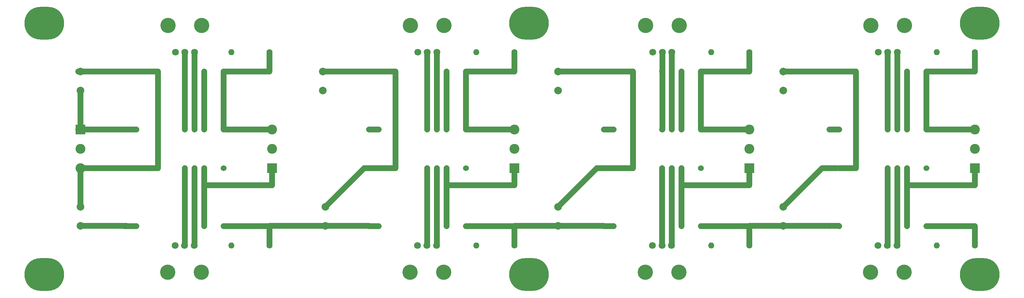
<source format=gbr>
G04 #@! TF.GenerationSoftware,KiCad,Pcbnew,(5.0.0)*
G04 #@! TF.CreationDate,2019-09-22T13:37:25+01:00*
G04 #@! TF.ProjectId,Display PSU,446973706C6179205053552E6B696361,rev?*
G04 #@! TF.SameCoordinates,Original*
G04 #@! TF.FileFunction,Copper,L2,Bot,Signal*
G04 #@! TF.FilePolarity,Positive*
%FSLAX46Y46*%
G04 Gerber Fmt 4.6, Leading zero omitted, Abs format (unit mm)*
G04 Created by KiCad (PCBNEW (5.0.0)) date 09/22/19 13:37:25*
%MOMM*%
%LPD*%
G01*
G04 APERTURE LIST*
G04 #@! TA.AperFunction,ComponentPad*
%ADD10O,10.400000X8.600000*%
G04 #@! TD*
G04 #@! TA.AperFunction,ComponentPad*
%ADD11C,1.524000*%
G04 #@! TD*
G04 #@! TA.AperFunction,ComponentPad*
%ADD12C,1.800000*%
G04 #@! TD*
G04 #@! TA.AperFunction,WasherPad*
%ADD13C,4.000000*%
G04 #@! TD*
G04 #@! TA.AperFunction,ComponentPad*
%ADD14C,1.600000*%
G04 #@! TD*
G04 #@! TA.AperFunction,ComponentPad*
%ADD15O,1.600000X1.600000*%
G04 #@! TD*
G04 #@! TA.AperFunction,ComponentPad*
%ADD16R,2.600000X2.600000*%
G04 #@! TD*
G04 #@! TA.AperFunction,ComponentPad*
%ADD17C,2.600000*%
G04 #@! TD*
G04 #@! TA.AperFunction,ComponentPad*
%ADD18C,2.000000*%
G04 #@! TD*
G04 #@! TA.AperFunction,Conductor*
%ADD19C,1.500000*%
G04 #@! TD*
G04 APERTURE END LIST*
D10*
G04 #@! TO.P,H6,1*
G04 #@! TO.N,N/C*
X154305000Y-27940000D03*
G04 #@! TD*
G04 #@! TO.P,H5,1*
G04 #@! TO.N,N/C*
X154305000Y-93980000D03*
G04 #@! TD*
D11*
G04 #@! TO.P,U1,12*
G04 #@! TO.N,+HT1*
X74295000Y-55880000D03*
G04 #@! TO.P,U1,10*
G04 #@! TO.N,0v*
X69215000Y-55880000D03*
G04 #@! TO.P,U1,9*
G04 #@! TO.N,Net-(RV2-Pad1)*
X66675000Y-55880000D03*
G04 #@! TO.P,U1,8*
G04 #@! TO.N,Net-(RV2-Pad2)*
X64135000Y-55880000D03*
G04 #@! TO.P,U1,3*
G04 #@! TO.N,0v*
X51435000Y-55880000D03*
G04 #@! TO.P,U1,2*
X48895000Y-55880000D03*
G04 #@! TO.P,U1,13*
G04 #@! TO.N,+HT1*
X74295000Y-40640000D03*
G04 #@! TO.P,U1,15*
G04 #@! TO.N,0v*
X69215000Y-40640000D03*
G04 #@! TO.P,U1,16*
G04 #@! TO.N,Net-(RV2-Pad1)*
X66675000Y-40640000D03*
G04 #@! TO.P,U1,17*
G04 #@! TO.N,Net-(RV2-Pad2)*
X64135000Y-40640000D03*
G04 #@! TO.P,U1,22*
G04 #@! TO.N,+6v*
X51435000Y-40640000D03*
G04 #@! TO.P,U1,23*
X48895000Y-40640000D03*
G04 #@! TD*
G04 #@! TO.P,U2,12*
G04 #@! TO.N,0v*
X74295000Y-81280000D03*
G04 #@! TO.P,U2,10*
G04 #@! TO.N,-HT1*
X69215000Y-81280000D03*
G04 #@! TO.P,U2,9*
G04 #@! TO.N,Net-(RV1-Pad3)*
X66675000Y-81280000D03*
G04 #@! TO.P,U2,8*
G04 #@! TO.N,Net-(RV1-Pad2)*
X64135000Y-81280000D03*
G04 #@! TO.P,U2,3*
G04 #@! TO.N,0v*
X51435000Y-81280000D03*
G04 #@! TO.P,U2,2*
X48895000Y-81280000D03*
G04 #@! TO.P,U2,13*
X74295000Y-66040000D03*
G04 #@! TO.P,U2,15*
G04 #@! TO.N,-HT1*
X69215000Y-66040000D03*
G04 #@! TO.P,U2,16*
G04 #@! TO.N,Net-(RV1-Pad3)*
X66675000Y-66040000D03*
G04 #@! TO.P,U2,17*
G04 #@! TO.N,Net-(RV1-Pad2)*
X64135000Y-66040000D03*
G04 #@! TO.P,U2,22*
G04 #@! TO.N,+6v*
X51435000Y-66040000D03*
G04 #@! TO.P,U2,23*
X48895000Y-66040000D03*
G04 #@! TD*
D12*
G04 #@! TO.P,RV1,3*
G04 #@! TO.N,Net-(RV1-Pad3)*
X66595000Y-86360000D03*
G04 #@! TO.P,RV1,2*
G04 #@! TO.N,Net-(RV1-Pad2)*
X64095000Y-86360000D03*
G04 #@! TO.P,RV1,1*
G04 #@! TO.N,-HT1*
X61595000Y-86360000D03*
D13*
G04 #@! TO.P,RV1,*
G04 #@! TO.N,*
X68495000Y-93360000D03*
X59695000Y-93360000D03*
G04 #@! TD*
D14*
G04 #@! TO.P,C2,1*
G04 #@! TO.N,+HT1*
X86360000Y-35560000D03*
D15*
G04 #@! TO.P,C2,2*
G04 #@! TO.N,0v*
X76360000Y-35560000D03*
G04 #@! TD*
G04 #@! TO.P,C4,2*
G04 #@! TO.N,-HT1*
X76360000Y-86360000D03*
D14*
G04 #@! TO.P,C4,1*
G04 #@! TO.N,0v*
X86360000Y-86360000D03*
G04 #@! TD*
D16*
G04 #@! TO.P,J1,1*
G04 #@! TO.N,0v*
X36830000Y-55880000D03*
D17*
G04 #@! TO.P,J1,2*
X36830000Y-60960000D03*
G04 #@! TO.P,J1,3*
G04 #@! TO.N,+6v*
X36830000Y-66040000D03*
G04 #@! TD*
G04 #@! TO.P,J2,3*
G04 #@! TO.N,+HT1*
X86995000Y-55880000D03*
G04 #@! TO.P,J2,2*
G04 #@! TO.N,0v*
X86995000Y-60960000D03*
D16*
G04 #@! TO.P,J2,1*
G04 #@! TO.N,-HT1*
X86995000Y-66040000D03*
G04 #@! TD*
D18*
G04 #@! TO.P,C1,1*
G04 #@! TO.N,+6v*
X36830000Y-40640000D03*
G04 #@! TO.P,C1,2*
G04 #@! TO.N,0v*
X36830000Y-45640000D03*
G04 #@! TD*
G04 #@! TO.P,C3,2*
G04 #@! TO.N,0v*
X36830000Y-81200000D03*
G04 #@! TO.P,C3,1*
G04 #@! TO.N,+6v*
X36830000Y-76200000D03*
G04 #@! TD*
D12*
G04 #@! TO.P,RV2,3*
G04 #@! TO.N,0v*
X61675000Y-35560000D03*
G04 #@! TO.P,RV2,2*
G04 #@! TO.N,Net-(RV2-Pad2)*
X64175000Y-35560000D03*
G04 #@! TO.P,RV2,1*
G04 #@! TO.N,Net-(RV2-Pad1)*
X66675000Y-35560000D03*
D13*
G04 #@! TO.P,RV2,*
G04 #@! TO.N,*
X59775000Y-28560000D03*
X68575000Y-28560000D03*
G04 #@! TD*
D10*
G04 #@! TO.P,H1,1*
G04 #@! TO.N,N/C*
X272415000Y-27940000D03*
G04 #@! TD*
G04 #@! TO.P,H2,1*
G04 #@! TO.N,N/C*
X27305000Y-27940000D03*
G04 #@! TD*
G04 #@! TO.P,H4,1*
G04 #@! TO.N,N/C*
X27305000Y-93980000D03*
G04 #@! TD*
G04 #@! TO.P,H3,1*
G04 #@! TO.N,N/C*
X272415000Y-93980000D03*
G04 #@! TD*
D18*
G04 #@! TO.P,C5,1*
G04 #@! TO.N,+6v*
X100330000Y-40640000D03*
G04 #@! TO.P,C5,2*
G04 #@! TO.N,0v*
X100330000Y-45640000D03*
G04 #@! TD*
D15*
G04 #@! TO.P,C6,2*
G04 #@! TO.N,0v*
X140495000Y-35560000D03*
D14*
G04 #@! TO.P,C6,1*
G04 #@! TO.N,+HT2*
X150495000Y-35560000D03*
G04 #@! TD*
D18*
G04 #@! TO.P,C7,2*
G04 #@! TO.N,0v*
X100965000Y-81200000D03*
G04 #@! TO.P,C7,1*
G04 #@! TO.N,+6v*
X100965000Y-76200000D03*
G04 #@! TD*
D14*
G04 #@! TO.P,C8,1*
G04 #@! TO.N,0v*
X150495000Y-86360000D03*
D15*
G04 #@! TO.P,C8,2*
G04 #@! TO.N,-HT2*
X140495000Y-86360000D03*
G04 #@! TD*
D18*
G04 #@! TO.P,C9,2*
G04 #@! TO.N,0v*
X161925000Y-45640000D03*
G04 #@! TO.P,C9,1*
G04 #@! TO.N,+6v*
X161925000Y-40640000D03*
G04 #@! TD*
D14*
G04 #@! TO.P,C10,1*
G04 #@! TO.N,+HT3*
X212090000Y-35560000D03*
D15*
G04 #@! TO.P,C10,2*
G04 #@! TO.N,0v*
X202090000Y-35560000D03*
G04 #@! TD*
D18*
G04 #@! TO.P,C11,1*
G04 #@! TO.N,+6v*
X161925000Y-76200000D03*
G04 #@! TO.P,C11,2*
G04 #@! TO.N,0v*
X161925000Y-81200000D03*
G04 #@! TD*
D15*
G04 #@! TO.P,C12,2*
G04 #@! TO.N,-HT3*
X202090000Y-86360000D03*
D14*
G04 #@! TO.P,C12,1*
G04 #@! TO.N,0v*
X212090000Y-86360000D03*
G04 #@! TD*
D18*
G04 #@! TO.P,C13,1*
G04 #@! TO.N,+6v*
X220980000Y-40640000D03*
G04 #@! TO.P,C13,2*
G04 #@! TO.N,0v*
X220980000Y-45640000D03*
G04 #@! TD*
D15*
G04 #@! TO.P,C14,2*
G04 #@! TO.N,0v*
X261145000Y-35560000D03*
D14*
G04 #@! TO.P,C14,1*
G04 #@! TO.N,+HT4*
X271145000Y-35560000D03*
G04 #@! TD*
D18*
G04 #@! TO.P,C15,2*
G04 #@! TO.N,0v*
X220980000Y-81200000D03*
G04 #@! TO.P,C15,1*
G04 #@! TO.N,+6v*
X220980000Y-76200000D03*
G04 #@! TD*
D14*
G04 #@! TO.P,C16,1*
G04 #@! TO.N,0v*
X271145000Y-86360000D03*
D15*
G04 #@! TO.P,C16,2*
G04 #@! TO.N,-HT4*
X261145000Y-86360000D03*
G04 #@! TD*
D16*
G04 #@! TO.P,J3,1*
G04 #@! TO.N,-HT2*
X150495000Y-66040000D03*
D17*
G04 #@! TO.P,J3,2*
G04 #@! TO.N,0v*
X150495000Y-60960000D03*
G04 #@! TO.P,J3,3*
G04 #@! TO.N,+HT2*
X150495000Y-55880000D03*
G04 #@! TD*
G04 #@! TO.P,J4,3*
G04 #@! TO.N,+HT3*
X212090000Y-55880000D03*
G04 #@! TO.P,J4,2*
G04 #@! TO.N,0v*
X212090000Y-60960000D03*
D16*
G04 #@! TO.P,J4,1*
G04 #@! TO.N,-HT3*
X212090000Y-66040000D03*
G04 #@! TD*
G04 #@! TO.P,J5,1*
G04 #@! TO.N,-HT4*
X271145000Y-66040000D03*
D17*
G04 #@! TO.P,J5,2*
G04 #@! TO.N,0v*
X271145000Y-60960000D03*
G04 #@! TO.P,J5,3*
G04 #@! TO.N,+HT4*
X271145000Y-55880000D03*
G04 #@! TD*
D13*
G04 #@! TO.P,RV3,*
G04 #@! TO.N,*
X123195000Y-93360000D03*
X131995000Y-93360000D03*
D12*
G04 #@! TO.P,RV3,1*
G04 #@! TO.N,-HT2*
X125095000Y-86360000D03*
G04 #@! TO.P,RV3,2*
G04 #@! TO.N,Net-(RV3-Pad2)*
X127595000Y-86360000D03*
G04 #@! TO.P,RV3,3*
G04 #@! TO.N,Net-(RV3-Pad3)*
X130095000Y-86360000D03*
G04 #@! TD*
G04 #@! TO.P,RV4,3*
G04 #@! TO.N,0v*
X125175000Y-35560000D03*
G04 #@! TO.P,RV4,2*
G04 #@! TO.N,Net-(RV4-Pad2)*
X127675000Y-35560000D03*
G04 #@! TO.P,RV4,1*
G04 #@! TO.N,Net-(RV4-Pad1)*
X130175000Y-35560000D03*
D13*
G04 #@! TO.P,RV4,*
G04 #@! TO.N,*
X123275000Y-28560000D03*
X132075000Y-28560000D03*
G04 #@! TD*
D12*
G04 #@! TO.P,RV5,3*
G04 #@! TO.N,Net-(RV5-Pad3)*
X191690000Y-86360000D03*
G04 #@! TO.P,RV5,2*
G04 #@! TO.N,Net-(RV5-Pad2)*
X189190000Y-86360000D03*
G04 #@! TO.P,RV5,1*
G04 #@! TO.N,-HT3*
X186690000Y-86360000D03*
D13*
G04 #@! TO.P,RV5,*
G04 #@! TO.N,*
X193590000Y-93360000D03*
X184790000Y-93360000D03*
G04 #@! TD*
G04 #@! TO.P,RV6,*
G04 #@! TO.N,*
X193670000Y-28560000D03*
X184870000Y-28560000D03*
D12*
G04 #@! TO.P,RV6,1*
G04 #@! TO.N,Net-(RV6-Pad1)*
X191770000Y-35560000D03*
G04 #@! TO.P,RV6,2*
G04 #@! TO.N,Net-(RV6-Pad2)*
X189270000Y-35560000D03*
G04 #@! TO.P,RV6,3*
G04 #@! TO.N,0v*
X186770000Y-35560000D03*
G04 #@! TD*
G04 #@! TO.P,RV7,3*
G04 #@! TO.N,Net-(RV7-Pad3)*
X250745000Y-86360000D03*
G04 #@! TO.P,RV7,2*
G04 #@! TO.N,Net-(RV7-Pad2)*
X248245000Y-86360000D03*
G04 #@! TO.P,RV7,1*
G04 #@! TO.N,-HT4*
X245745000Y-86360000D03*
D13*
G04 #@! TO.P,RV7,*
G04 #@! TO.N,*
X252645000Y-93360000D03*
X243845000Y-93360000D03*
G04 #@! TD*
G04 #@! TO.P,RV8,*
G04 #@! TO.N,*
X252725000Y-28560000D03*
X243925000Y-28560000D03*
D12*
G04 #@! TO.P,RV8,1*
G04 #@! TO.N,Net-(RV8-Pad1)*
X250825000Y-35560000D03*
G04 #@! TO.P,RV8,2*
G04 #@! TO.N,Net-(RV8-Pad2)*
X248325000Y-35560000D03*
G04 #@! TO.P,RV8,3*
G04 #@! TO.N,0v*
X245825000Y-35560000D03*
G04 #@! TD*
D11*
G04 #@! TO.P,U3,23*
G04 #@! TO.N,+6v*
X112395000Y-40640000D03*
G04 #@! TO.P,U3,22*
X114935000Y-40640000D03*
G04 #@! TO.P,U3,17*
G04 #@! TO.N,Net-(RV4-Pad2)*
X127635000Y-40640000D03*
G04 #@! TO.P,U3,16*
G04 #@! TO.N,Net-(RV4-Pad1)*
X130175000Y-40640000D03*
G04 #@! TO.P,U3,15*
G04 #@! TO.N,0v*
X132715000Y-40640000D03*
G04 #@! TO.P,U3,13*
G04 #@! TO.N,+HT2*
X137795000Y-40640000D03*
G04 #@! TO.P,U3,2*
G04 #@! TO.N,0v*
X112395000Y-55880000D03*
G04 #@! TO.P,U3,3*
X114935000Y-55880000D03*
G04 #@! TO.P,U3,8*
G04 #@! TO.N,Net-(RV4-Pad2)*
X127635000Y-55880000D03*
G04 #@! TO.P,U3,9*
G04 #@! TO.N,Net-(RV4-Pad1)*
X130175000Y-55880000D03*
G04 #@! TO.P,U3,10*
G04 #@! TO.N,0v*
X132715000Y-55880000D03*
G04 #@! TO.P,U3,12*
G04 #@! TO.N,+HT2*
X137795000Y-55880000D03*
G04 #@! TD*
G04 #@! TO.P,U4,12*
G04 #@! TO.N,0v*
X137795000Y-81280000D03*
G04 #@! TO.P,U4,10*
G04 #@! TO.N,-HT2*
X132715000Y-81280000D03*
G04 #@! TO.P,U4,9*
G04 #@! TO.N,Net-(RV3-Pad3)*
X130175000Y-81280000D03*
G04 #@! TO.P,U4,8*
G04 #@! TO.N,Net-(RV3-Pad2)*
X127635000Y-81280000D03*
G04 #@! TO.P,U4,3*
G04 #@! TO.N,0v*
X114935000Y-81280000D03*
G04 #@! TO.P,U4,2*
X112395000Y-81280000D03*
G04 #@! TO.P,U4,13*
X137795000Y-66040000D03*
G04 #@! TO.P,U4,15*
G04 #@! TO.N,-HT2*
X132715000Y-66040000D03*
G04 #@! TO.P,U4,16*
G04 #@! TO.N,Net-(RV3-Pad3)*
X130175000Y-66040000D03*
G04 #@! TO.P,U4,17*
G04 #@! TO.N,Net-(RV3-Pad2)*
X127635000Y-66040000D03*
G04 #@! TO.P,U4,22*
G04 #@! TO.N,+6v*
X114935000Y-66040000D03*
G04 #@! TO.P,U4,23*
X112395000Y-66040000D03*
G04 #@! TD*
G04 #@! TO.P,U5,12*
G04 #@! TO.N,+HT3*
X199390000Y-55880000D03*
G04 #@! TO.P,U5,10*
G04 #@! TO.N,0v*
X194310000Y-55880000D03*
G04 #@! TO.P,U5,9*
G04 #@! TO.N,Net-(RV6-Pad1)*
X191770000Y-55880000D03*
G04 #@! TO.P,U5,8*
G04 #@! TO.N,Net-(RV6-Pad2)*
X189230000Y-55880000D03*
G04 #@! TO.P,U5,3*
G04 #@! TO.N,0v*
X176530000Y-55880000D03*
G04 #@! TO.P,U5,2*
X173990000Y-55880000D03*
G04 #@! TO.P,U5,13*
G04 #@! TO.N,+HT3*
X199390000Y-40640000D03*
G04 #@! TO.P,U5,15*
G04 #@! TO.N,0v*
X194310000Y-40640000D03*
G04 #@! TO.P,U5,16*
G04 #@! TO.N,Net-(RV6-Pad1)*
X191770000Y-40640000D03*
G04 #@! TO.P,U5,17*
G04 #@! TO.N,Net-(RV6-Pad2)*
X189230000Y-40640000D03*
G04 #@! TO.P,U5,22*
G04 #@! TO.N,+6v*
X176530000Y-40640000D03*
G04 #@! TO.P,U5,23*
X173990000Y-40640000D03*
G04 #@! TD*
G04 #@! TO.P,U6,23*
G04 #@! TO.N,+6v*
X173990000Y-66040000D03*
G04 #@! TO.P,U6,22*
X176530000Y-66040000D03*
G04 #@! TO.P,U6,17*
G04 #@! TO.N,Net-(RV5-Pad2)*
X189230000Y-66040000D03*
G04 #@! TO.P,U6,16*
G04 #@! TO.N,Net-(RV5-Pad3)*
X191770000Y-66040000D03*
G04 #@! TO.P,U6,15*
G04 #@! TO.N,-HT3*
X194310000Y-66040000D03*
G04 #@! TO.P,U6,13*
G04 #@! TO.N,0v*
X199390000Y-66040000D03*
G04 #@! TO.P,U6,2*
X173990000Y-81280000D03*
G04 #@! TO.P,U6,3*
X176530000Y-81280000D03*
G04 #@! TO.P,U6,8*
G04 #@! TO.N,Net-(RV5-Pad2)*
X189230000Y-81280000D03*
G04 #@! TO.P,U6,9*
G04 #@! TO.N,Net-(RV5-Pad3)*
X191770000Y-81280000D03*
G04 #@! TO.P,U6,10*
G04 #@! TO.N,-HT3*
X194310000Y-81280000D03*
G04 #@! TO.P,U6,12*
G04 #@! TO.N,0v*
X199390000Y-81280000D03*
G04 #@! TD*
G04 #@! TO.P,U7,12*
G04 #@! TO.N,+HT4*
X258445000Y-55880000D03*
G04 #@! TO.P,U7,10*
G04 #@! TO.N,0v*
X253365000Y-55880000D03*
G04 #@! TO.P,U7,9*
G04 #@! TO.N,Net-(RV8-Pad1)*
X250825000Y-55880000D03*
G04 #@! TO.P,U7,8*
G04 #@! TO.N,Net-(RV8-Pad2)*
X248285000Y-55880000D03*
G04 #@! TO.P,U7,3*
G04 #@! TO.N,0v*
X235585000Y-55880000D03*
G04 #@! TO.P,U7,2*
X233045000Y-55880000D03*
G04 #@! TO.P,U7,13*
G04 #@! TO.N,+HT4*
X258445000Y-40640000D03*
G04 #@! TO.P,U7,15*
G04 #@! TO.N,0v*
X253365000Y-40640000D03*
G04 #@! TO.P,U7,16*
G04 #@! TO.N,Net-(RV8-Pad1)*
X250825000Y-40640000D03*
G04 #@! TO.P,U7,17*
G04 #@! TO.N,Net-(RV8-Pad2)*
X248285000Y-40640000D03*
G04 #@! TO.P,U7,22*
G04 #@! TO.N,+6v*
X235585000Y-40640000D03*
G04 #@! TO.P,U7,23*
X233045000Y-40640000D03*
G04 #@! TD*
G04 #@! TO.P,U8,23*
G04 #@! TO.N,+6v*
X233045000Y-66040000D03*
G04 #@! TO.P,U8,22*
X235585000Y-66040000D03*
G04 #@! TO.P,U8,17*
G04 #@! TO.N,Net-(RV7-Pad2)*
X248285000Y-66040000D03*
G04 #@! TO.P,U8,16*
G04 #@! TO.N,Net-(RV7-Pad3)*
X250825000Y-66040000D03*
G04 #@! TO.P,U8,15*
G04 #@! TO.N,-HT4*
X253365000Y-66040000D03*
G04 #@! TO.P,U8,13*
G04 #@! TO.N,0v*
X258445000Y-66040000D03*
G04 #@! TO.P,U8,2*
X233045000Y-81280000D03*
G04 #@! TO.P,U8,3*
X235585000Y-81280000D03*
G04 #@! TO.P,U8,8*
G04 #@! TO.N,Net-(RV7-Pad2)*
X248285000Y-81280000D03*
G04 #@! TO.P,U8,9*
G04 #@! TO.N,Net-(RV7-Pad3)*
X250825000Y-81280000D03*
G04 #@! TO.P,U8,10*
G04 #@! TO.N,-HT4*
X253365000Y-81280000D03*
G04 #@! TO.P,U8,12*
G04 #@! TO.N,0v*
X258445000Y-81280000D03*
G04 #@! TD*
D19*
G04 #@! TO.N,Net-(RV1-Pad2)*
X64135000Y-66040000D02*
X64135000Y-81280000D01*
X64135000Y-86320000D02*
X64095000Y-86360000D01*
X64135000Y-81280000D02*
X64135000Y-86320000D01*
G04 #@! TO.N,0v*
X36830000Y-55880000D02*
X36830000Y-45640000D01*
X36195000Y-55880000D02*
X48895000Y-55880000D01*
X48895000Y-55880000D02*
X51435000Y-55880000D01*
X48815000Y-81200000D02*
X48895000Y-81280000D01*
X48340000Y-81280000D02*
X51435000Y-81280000D01*
X48260000Y-81200000D02*
X48340000Y-81280000D01*
X36830000Y-81200000D02*
X48260000Y-81200000D01*
X48260000Y-81200000D02*
X48815000Y-81200000D01*
X69215000Y-55880000D02*
X69215000Y-40640000D01*
X86360000Y-86360000D02*
X86360000Y-81280000D01*
X86360000Y-81280000D02*
X74295000Y-81280000D01*
X112395000Y-81280000D02*
X114935000Y-81280000D01*
X173990000Y-81280000D02*
X176530000Y-81280000D01*
X112395000Y-55880000D02*
X114935000Y-55880000D01*
X132715000Y-40640000D02*
X132715000Y-55880000D01*
X112315000Y-81200000D02*
X112395000Y-81280000D01*
X100965000Y-81200000D02*
X112315000Y-81200000D01*
X194310000Y-40640000D02*
X194310000Y-55880000D01*
X173990000Y-55880000D02*
X176530000Y-55880000D01*
X199390000Y-81280000D02*
X212090000Y-81280000D01*
X212090000Y-81280000D02*
X212090000Y-86360000D01*
X137795000Y-81280000D02*
X150495000Y-81280000D01*
X150495000Y-81280000D02*
X150495000Y-86360000D01*
X233045000Y-55880000D02*
X235585000Y-55880000D01*
X235505000Y-81200000D02*
X235585000Y-81280000D01*
X220980000Y-81200000D02*
X235505000Y-81200000D01*
X173910000Y-81200000D02*
X173990000Y-81280000D01*
X161925000Y-81200000D02*
X173910000Y-81200000D01*
X258445000Y-81280000D02*
X271145000Y-81280000D01*
X271145000Y-81280000D02*
X271145000Y-86360000D01*
X253365000Y-40640000D02*
X253365000Y-55880000D01*
X86440000Y-81200000D02*
X86360000Y-81280000D01*
X100965000Y-81200000D02*
X86440000Y-81200000D01*
X150575000Y-81200000D02*
X150495000Y-81280000D01*
X161925000Y-81200000D02*
X150575000Y-81200000D01*
X212170000Y-81200000D02*
X212090000Y-81280000D01*
X220980000Y-81200000D02*
X212170000Y-81200000D01*
G04 #@! TO.N,Net-(RV2-Pad2)*
X64135000Y-55880000D02*
X64135000Y-40640000D01*
X64135000Y-35600000D02*
X64175000Y-35560000D01*
X64135000Y-40640000D02*
X64135000Y-35600000D01*
G04 #@! TO.N,Net-(RV2-Pad1)*
X66675000Y-40640000D02*
X66675000Y-55880000D01*
X66675000Y-35560000D02*
X66675000Y-40640000D01*
G04 #@! TO.N,Net-(RV1-Pad3)*
X66675000Y-66040000D02*
X66675000Y-81280000D01*
X66675000Y-86280000D02*
X66595000Y-86360000D01*
X66675000Y-81280000D02*
X66675000Y-86280000D01*
G04 #@! TO.N,+6v*
X36830000Y-66040000D02*
X36830000Y-76200000D01*
X36830000Y-66040000D02*
X48895000Y-66040000D01*
X48895000Y-66040000D02*
X51435000Y-66040000D01*
X36195000Y-40640000D02*
X48895000Y-40640000D01*
X48895000Y-40640000D02*
X51435000Y-40640000D01*
X57150000Y-40640000D02*
X51435000Y-40640000D01*
X51435000Y-66040000D02*
X57150000Y-66040000D01*
X57150000Y-66040000D02*
X57150000Y-40640000D01*
X112395000Y-66040000D02*
X114935000Y-66040000D01*
X173990000Y-66040000D02*
X176530000Y-66040000D01*
X112395000Y-40640000D02*
X114935000Y-40640000D01*
X100330000Y-40640000D02*
X112395000Y-40640000D01*
X161925000Y-40640000D02*
X176530000Y-40640000D01*
X220980000Y-40640000D02*
X235585000Y-40640000D01*
X233045000Y-66040000D02*
X234950000Y-66040000D01*
X114935000Y-40640000D02*
X119380000Y-40640000D01*
X119380000Y-40640000D02*
X119380000Y-66040000D01*
X119380000Y-66040000D02*
X114935000Y-66040000D01*
X111125000Y-66040000D02*
X100965000Y-76200000D01*
X112395000Y-66040000D02*
X111125000Y-66040000D01*
X172085000Y-66040000D02*
X161925000Y-76200000D01*
X173990000Y-66040000D02*
X172085000Y-66040000D01*
X231140000Y-66040000D02*
X220980000Y-76200000D01*
X233045000Y-66040000D02*
X231140000Y-66040000D01*
X176530000Y-40640000D02*
X181610000Y-40640000D01*
X181610000Y-40640000D02*
X181610000Y-66040000D01*
X181610000Y-66040000D02*
X176530000Y-66040000D01*
X235585000Y-40640000D02*
X240030000Y-40640000D01*
X240030000Y-40640000D02*
X240030000Y-66040000D01*
X240030000Y-66040000D02*
X235585000Y-66040000D01*
G04 #@! TO.N,+HT1*
X74930000Y-55880000D02*
X86995000Y-55880000D01*
X74295000Y-40640000D02*
X74295000Y-55880000D01*
X86360000Y-35560000D02*
X86360000Y-40640000D01*
X86360000Y-40640000D02*
X74295000Y-40640000D01*
G04 #@! TO.N,-HT1*
X69215000Y-66040000D02*
X69215000Y-68580000D01*
X69215000Y-68580000D02*
X69215000Y-81280000D01*
X69215000Y-70485000D02*
X69215000Y-68580000D01*
X86995000Y-66040000D02*
X86995000Y-70485000D01*
X86995000Y-70485000D02*
X69215000Y-70485000D01*
G04 #@! TO.N,+HT2*
X137795000Y-40640000D02*
X137795000Y-55880000D01*
X137795000Y-55880000D02*
X150495000Y-55880000D01*
X137795000Y-40640000D02*
X150495000Y-40640000D01*
X150495000Y-40640000D02*
X150495000Y-35560000D01*
G04 #@! TO.N,-HT2*
X132715000Y-81280000D02*
X132715000Y-80202370D01*
X150495000Y-70485000D02*
X132715000Y-70485000D01*
X150495000Y-66040000D02*
X150495000Y-70485000D01*
X132715000Y-80202370D02*
X132715000Y-70485000D01*
X132715000Y-70485000D02*
X132715000Y-66040000D01*
G04 #@! TO.N,+HT3*
X199390000Y-40640000D02*
X199390000Y-55880000D01*
X199390000Y-40640000D02*
X212090000Y-40640000D01*
X212090000Y-40640000D02*
X212090000Y-35560000D01*
X199390000Y-55880000D02*
X212090000Y-55880000D01*
G04 #@! TO.N,-HT3*
X212090000Y-66040000D02*
X212090000Y-70485000D01*
X212090000Y-70485000D02*
X194310000Y-70485000D01*
X194310000Y-66040000D02*
X194310000Y-70485000D01*
X194310000Y-70485000D02*
X194310000Y-81280000D01*
G04 #@! TO.N,+HT4*
X258445000Y-40640000D02*
X258445000Y-55880000D01*
X258445000Y-55880000D02*
X271145000Y-55880000D01*
X258445000Y-40640000D02*
X271145000Y-40640000D01*
X271145000Y-40640000D02*
X271145000Y-35560000D01*
G04 #@! TO.N,-HT4*
X271145000Y-66040000D02*
X271145000Y-70485000D01*
X271145000Y-70485000D02*
X253365000Y-70485000D01*
X253365000Y-66040000D02*
X253365000Y-70485000D01*
X253365000Y-70485000D02*
X253365000Y-81280000D01*
G04 #@! TO.N,Net-(RV3-Pad2)*
X127635000Y-66040000D02*
X127635000Y-81280000D01*
X127635000Y-86320000D02*
X127595000Y-86360000D01*
X127635000Y-81280000D02*
X127635000Y-86320000D01*
G04 #@! TO.N,Net-(RV3-Pad3)*
X130175000Y-67117630D02*
X130175000Y-81280000D01*
X130175000Y-66040000D02*
X130175000Y-67117630D01*
X130175000Y-86280000D02*
X130095000Y-86360000D01*
X130175000Y-81280000D02*
X130175000Y-86280000D01*
G04 #@! TO.N,Net-(RV4-Pad2)*
X127675000Y-55840000D02*
X127635000Y-55880000D01*
X127675000Y-35560000D02*
X127675000Y-55840000D01*
G04 #@! TO.N,Net-(RV4-Pad1)*
X130175000Y-35560000D02*
X130175000Y-55880000D01*
G04 #@! TO.N,Net-(RV5-Pad3)*
X191770000Y-66040000D02*
X191770000Y-81280000D01*
X191770000Y-86280000D02*
X191690000Y-86360000D01*
X191770000Y-81280000D02*
X191770000Y-86280000D01*
G04 #@! TO.N,Net-(RV5-Pad2)*
X189230000Y-66040000D02*
X189230000Y-81280000D01*
X189230000Y-86320000D02*
X189190000Y-86360000D01*
X189230000Y-81280000D02*
X189230000Y-86320000D01*
G04 #@! TO.N,Net-(RV6-Pad1)*
X191770000Y-35560000D02*
X191770000Y-55880000D01*
G04 #@! TO.N,Net-(RV6-Pad2)*
X189270000Y-55840000D02*
X189230000Y-55880000D01*
X189270000Y-35560000D02*
X189270000Y-55840000D01*
G04 #@! TO.N,Net-(RV7-Pad3)*
X250825000Y-86280000D02*
X250745000Y-86360000D01*
X250825000Y-66040000D02*
X250825000Y-86280000D01*
G04 #@! TO.N,Net-(RV7-Pad2)*
X248285000Y-86320000D02*
X248245000Y-86360000D01*
X248285000Y-66040000D02*
X248285000Y-86320000D01*
G04 #@! TO.N,Net-(RV8-Pad1)*
X250825000Y-35560000D02*
X250825000Y-55880000D01*
G04 #@! TO.N,Net-(RV8-Pad2)*
X248325000Y-55840000D02*
X248285000Y-55880000D01*
X248325000Y-35560000D02*
X248325000Y-55840000D01*
G04 #@! TD*
M02*

</source>
